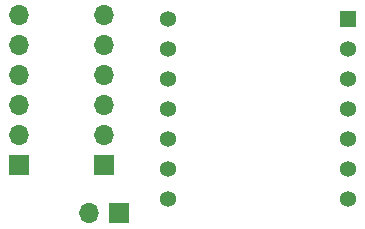
<source format=gbr>
%TF.GenerationSoftware,KiCad,Pcbnew,8.0.4-8.0.4-0~ubuntu22.04.1*%
%TF.CreationDate,2024-07-26T18:01:13+09:00*%
%TF.ProjectId,ESP32C3XIAO_mother,45535033-3243-4335-9849-414f5f6d6f74,rev?*%
%TF.SameCoordinates,Original*%
%TF.FileFunction,Copper,L1,Top*%
%TF.FilePolarity,Positive*%
%FSLAX46Y46*%
G04 Gerber Fmt 4.6, Leading zero omitted, Abs format (unit mm)*
G04 Created by KiCad (PCBNEW 8.0.4-8.0.4-0~ubuntu22.04.1) date 2024-07-26 18:01:13*
%MOMM*%
%LPD*%
G01*
G04 APERTURE LIST*
%TA.AperFunction,ComponentPad*%
%ADD10R,1.358000X1.358000*%
%TD*%
%TA.AperFunction,ComponentPad*%
%ADD11C,1.358000*%
%TD*%
%TA.AperFunction,ComponentPad*%
%ADD12O,1.700000X1.700000*%
%TD*%
%TA.AperFunction,ComponentPad*%
%ADD13R,1.700000X1.700000*%
%TD*%
G04 APERTURE END LIST*
D10*
%TO.P,U1,1,D0*%
%TO.N,unconnected-(U1-D0-Pad1)*%
X146635000Y-72991000D03*
D11*
%TO.P,U1,2,D1*%
%TO.N,unconnected-(U1-D1-Pad2)*%
X146635000Y-75531000D03*
%TO.P,U1,3,D2*%
%TO.N,unconnected-(U1-D2-Pad3)*%
X146635000Y-78071000D03*
%TO.P,U1,4,D3*%
%TO.N,unconnected-(U1-D3-Pad4)*%
X146635000Y-80611000D03*
%TO.P,U1,5,D4*%
%TO.N,SDA*%
X146635000Y-83151000D03*
%TO.P,U1,6,D5*%
%TO.N,SCL*%
X146635000Y-85691000D03*
%TO.P,U1,7,TX_D6*%
%TO.N,unconnected-(U1-TX_D6-Pad7)*%
X146635000Y-88231000D03*
%TO.P,U1,8,RX_D7*%
%TO.N,unconnected-(U1-RX_D7-Pad8)*%
X131395000Y-88231000D03*
%TO.P,U1,9,D8*%
%TO.N,unconnected-(U1-D8-Pad9)*%
X131395000Y-85691000D03*
%TO.P,U1,10,D9*%
%TO.N,unconnected-(U1-D9-Pad10)*%
X131395000Y-83151000D03*
%TO.P,U1,11,D10*%
%TO.N,unconnected-(U1-D10-Pad11)*%
X131395000Y-80611000D03*
%TO.P,U1,12,VCC_3V3*%
%TO.N,unconnected-(U1-VCC_3V3-Pad12)*%
X131395000Y-78071000D03*
%TO.P,U1,13,GND*%
%TO.N,GND*%
X131395000Y-75531000D03*
%TO.P,U1,14,VUSB*%
%TO.N,+3V3*%
X131395000Y-72991000D03*
%TD*%
D12*
%TO.P,J3,6,Pin_6*%
%TO.N,+3V3*%
X118750000Y-72710000D03*
%TO.P,J3,5,Pin_5*%
%TO.N,GND*%
X118750000Y-75250000D03*
%TO.P,J3,4,Pin_4*%
%TO.N,SDA*%
X118750000Y-77790000D03*
%TO.P,J3,3,Pin_3*%
%TO.N,SCL*%
X118750000Y-80330000D03*
%TO.P,J3,2,Pin_2*%
%TO.N,unconnected-(J3-Pin_2-Pad2)*%
X118750000Y-82870000D03*
D13*
%TO.P,J3,1,Pin_1*%
%TO.N,+5V*%
X118750000Y-85410000D03*
%TD*%
%TO.P,J2,1,Pin_1*%
%TO.N,+5V*%
X126000000Y-85410000D03*
D12*
%TO.P,J2,2,Pin_2*%
%TO.N,unconnected-(J2-Pin_2-Pad2)*%
X126000000Y-82870000D03*
%TO.P,J2,3,Pin_3*%
%TO.N,SCL*%
X126000000Y-80330000D03*
%TO.P,J2,4,Pin_4*%
%TO.N,SDA*%
X126000000Y-77790000D03*
%TO.P,J2,5,Pin_5*%
%TO.N,GND*%
X126000000Y-75250000D03*
%TO.P,J2,6,Pin_6*%
%TO.N,+3V3*%
X126000000Y-72710000D03*
%TD*%
D13*
%TO.P,J1,1,Pin_1*%
%TO.N,+5V*%
X127250000Y-89500000D03*
D12*
%TO.P,J1,2,Pin_2*%
%TO.N,GND*%
X124710000Y-89500000D03*
%TD*%
M02*

</source>
